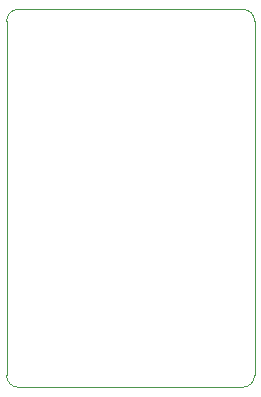
<source format=gm1>
G04 #@! TF.GenerationSoftware,KiCad,Pcbnew,(5.1.9)-1*
G04 #@! TF.CreationDate,2021-06-07T22:02:30-04:00*
G04 #@! TF.ProjectId,icepool-board,69636570-6f6f-46c2-9d62-6f6172642e6b,2020-04*
G04 #@! TF.SameCoordinates,Original*
G04 #@! TF.FileFunction,Profile,NP*
%FSLAX46Y46*%
G04 Gerber Fmt 4.6, Leading zero omitted, Abs format (unit mm)*
G04 Created by KiCad (PCBNEW (5.1.9)-1) date 2021-06-07 22:02:30*
%MOMM*%
%LPD*%
G01*
G04 APERTURE LIST*
G04 #@! TA.AperFunction,Profile*
%ADD10C,0.050000*%
G04 #@! TD*
G04 APERTURE END LIST*
D10*
X32000000Y-114000000D02*
G75*
G02*
X31000000Y-113000000I0J1000000D01*
G01*
X31000000Y-83000000D02*
X31000000Y-113000000D01*
X51000000Y-82000000D02*
G75*
G02*
X52000000Y-83000000I0J-1000000D01*
G01*
X52000000Y-83000000D02*
X52000000Y-113000000D01*
X51000000Y-82000000D02*
X32000000Y-82000000D01*
X51000000Y-114000000D02*
X32000000Y-114000000D01*
X31000000Y-83000000D02*
G75*
G02*
X32000000Y-82000000I1000000J0D01*
G01*
X52000000Y-113000000D02*
G75*
G02*
X51000000Y-114000000I-1000000J0D01*
G01*
M02*

</source>
